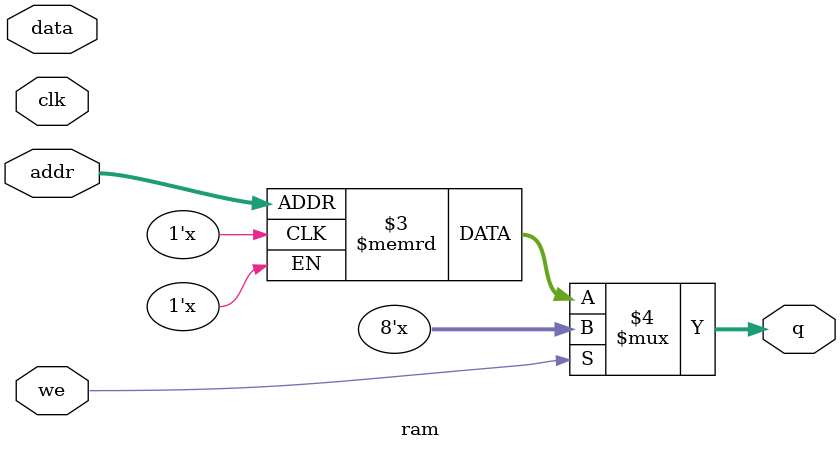
<source format=v>
module ram #(
    parameter ADDR_WIDTH=6,
    parameter DATA_WIDTH=8
) (
    input [DATA_WIDTH-1:0] data,
    input [ADDR_WIDTH-1:0] addr,
    input we, clk,
    output [7:0] q
);
reg [DATA_WIDTH-1:0] ram[2**ADDR_WIDTH-1:0];
// when we is high, write data to ram at address addr
// assign the ram value at address addr to q
always @(we)
if (we == 0)
  q <= ram[addr];
endmodule

</source>
